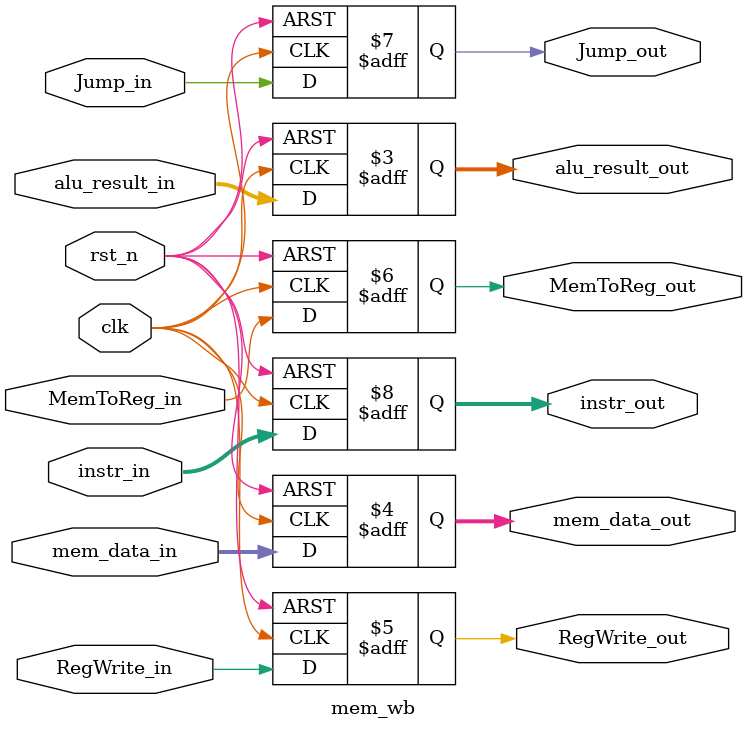
<source format=v>
module mem_wb (
    input clk,
    input rst_n,
    input [31:0] alu_result_in,
    input [31:0] mem_data_in,
    input RegWrite_in, MemToReg_in,
	 input Jump_in,
	 input [31:0] instr_in,
    output reg [31:0] alu_result_out,
    output reg [31:0] mem_data_out,
    output reg RegWrite_out, MemToReg_out,
	 output reg Jump_out,
	 output reg [31:0] instr_out
);
    always @(posedge clk or negedge rst_n) begin
        if (!rst_n) begin
            alu_result_out <= 0;
            mem_data_out <= 0;
            RegWrite_out <= 0;
            MemToReg_out <= 0;
				Jump_out <= 0;
				instr_out <=0;
        end else begin
            alu_result_out <= alu_result_in;
            mem_data_out <= mem_data_in;
            RegWrite_out <= RegWrite_in;
            MemToReg_out <= MemToReg_in;
				Jump_out <= Jump_in;
				instr_out <= instr_in;
        end
    end
endmodule
</source>
